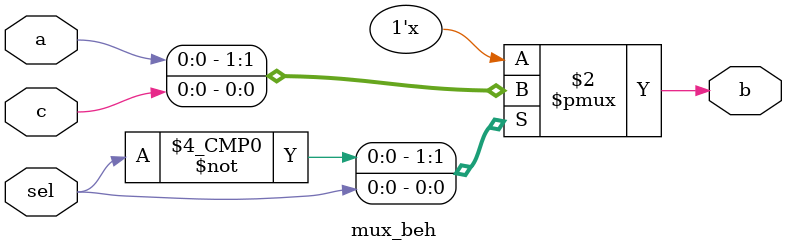
<source format=v>
module mux_beh(
	input a,
	input c,
	input sel,
	output b);

reg b;

always @(*)
begin
	case(sel)
		1'b0 : b = a;
		1'b1 : b = c;
	endcase
end

endmodule

</source>
